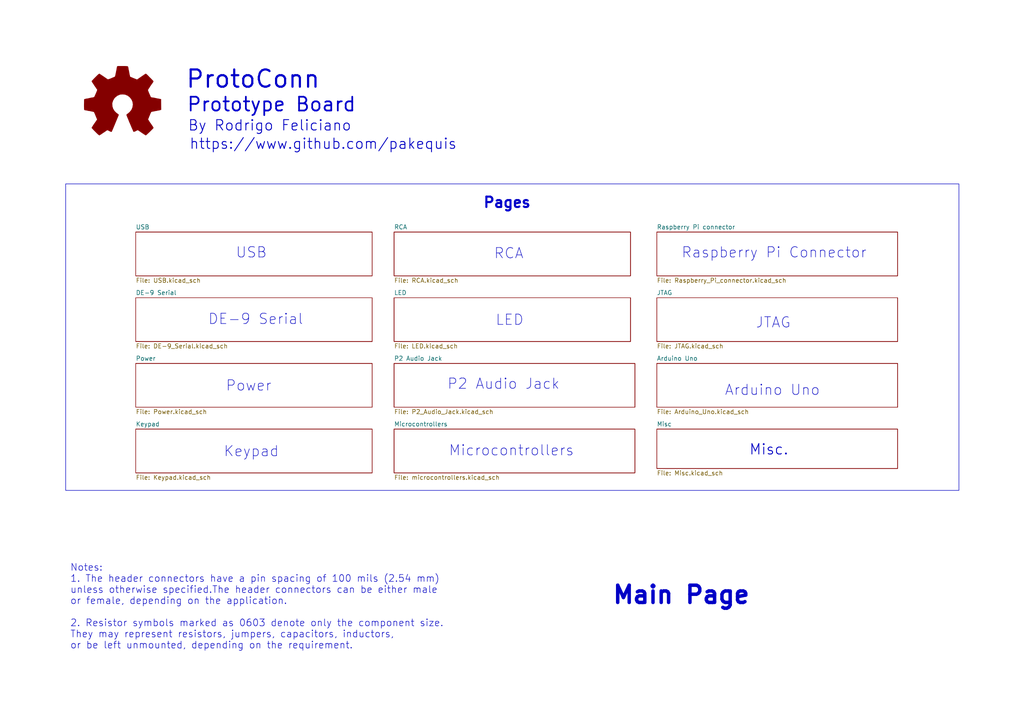
<source format=kicad_sch>
(kicad_sch (version 20231120) (generator "eeschema") (generator_version "8.0")
  (paper "A4")
  (title_block (title "ProtoConn Schematics") (date "2024-12-01") (rev "1") (company "@pakequis"))
  (lib_symbols
    (symbol "Graphic:Logo_Open_Hardware_Large" (in_bom no) (on_board no)
      (symbol "Logo_Open_Hardware_Large_1_1"
        (polyline (pts (xy 6.731 -8.7122) (xy 6.6294 -8.6614) (xy 6.35 -8.4836) (xy 5.9944 -8.255) (xy 5.5372 -7.9502) (xy 5.1054 -7.6454) (xy 4.7498 -7.4168) (xy 4.4958 -7.239) (xy 4.3942 -7.1882) (xy 4.318 -7.2136) (xy 4.1148 -7.3152) (xy 3.81 -7.4676) (xy 3.6322 -7.5692) (xy 3.3528 -7.6708) (xy 3.2258 -7.6962) (xy 3.2004 -7.6708) (xy 3.0988 -7.4676) (xy 2.9464 -7.0866) (xy 2.7178 -6.604) (xy 2.4892 -6.0452) (xy 2.2352 -5.4356) (xy 1.9558 -4.826) (xy 1.7272 -4.2164) (xy 1.4986 -3.683) (xy 1.3208 -3.2512) (xy 1.2192 -2.9464) (xy 1.1684 -2.8194) (xy 1.1938 -2.794) (xy 1.3208 -2.667) (xy 1.5748 -2.4892) (xy 2.0828 -2.0574) (xy 2.6162 -1.397) (xy 2.921 -0.6604) (xy 3.048 0.1524) (xy 2.9464 0.9144) (xy 2.6416 1.6256) (xy 2.1336 2.286) (xy 1.524 2.7686) (xy 0.8128 3.0734) (xy 0 3.175) (xy -0.762 3.0988) (xy -1.4986 2.794) (xy -2.159 2.286) (xy -2.4384 1.9812) (xy -2.8194 1.3208) (xy -3.048 0.6096) (xy -3.0734 0.4318) (xy -3.0226 -0.3556) (xy -2.794 -1.0922) (xy -2.3876 -1.7526) (xy -1.8288 -2.3114) (xy -1.7526 -2.3622) (xy -1.4732 -2.5654) (xy -1.2954 -2.6924) (xy -1.1684 -2.8194) (xy -2.159 -5.207) (xy -2.3114 -5.588) (xy -2.5908 -6.2484) (xy -2.8194 -6.8072) (xy -3.0226 -7.2644) (xy -3.1496 -7.5692) (xy -3.2258 -7.6708) (xy -3.2258 -7.6962) (xy -3.302 -7.6962) (xy -3.4798 -7.6454) (xy -3.8354 -7.4676) (xy -4.0386 -7.366) (xy -4.2926 -7.239) (xy -4.4196 -7.1882) (xy -4.5212 -7.239) (xy -4.7498 -7.3914) (xy -5.1054 -7.6454) (xy -5.5372 -7.9248) (xy -5.9436 -8.2042) (xy -6.3246 -8.4582) (xy -6.604 -8.636) (xy -6.731 -8.7122) (xy -6.7564 -8.7122) (xy -6.858 -8.636) (xy -7.0866 -8.4582) (xy -7.4168 -8.1534) (xy -7.874 -7.6962) (xy -7.9502 -7.62) (xy -8.3312 -7.239) (xy -8.636 -6.9088) (xy -8.8392 -6.6802) (xy -8.9154 -6.5786) (xy -8.9154 -6.5786) (xy -8.8392 -6.4516) (xy -8.6614 -6.1722) (xy -8.4328 -5.7912) (xy -8.128 -5.3594) (xy -7.3152 -4.191) (xy -7.7724 -3.0988) (xy -7.8994 -2.7686) (xy -8.0772 -2.3622) (xy -8.2042 -2.0828) (xy -8.255 -1.9558) (xy -8.382 -1.905) (xy -8.6614 -1.8542) (xy -9.0932 -1.7526) (xy -9.6266 -1.651) (xy -10.1092 -1.5748) (xy -10.541 -1.4732) (xy -10.8712 -1.4224) (xy -11.0236 -1.397) (xy -11.049 -1.3716) (xy -11.0744 -1.2954) (xy -11.0998 -1.143) (xy -11.0998 -0.889) (xy -11.1252 -0.4572) (xy -11.1252 0.1524) (xy -11.1252 0.2286) (xy -11.0998 0.8128) (xy -11.0998 1.27) (xy -11.0744 1.5494) (xy -11.0744 1.6764) (xy -11.0744 1.6764) (xy -10.922 1.7018) (xy -10.6172 1.778) (xy -10.16 1.8542) (xy -9.652 1.9558) (xy -9.6012 1.9812) (xy -9.0932 2.0828) (xy -8.636 2.159) (xy -8.3312 2.2352) (xy -8.2042 2.286) (xy -8.1788 2.3114) (xy -8.0772 2.5146) (xy -7.9248 2.8448) (xy -7.747 3.2512) (xy -7.5692 3.6576) (xy -7.4168 4.0386) (xy -7.3152 4.318) (xy -7.2898 4.445) (xy -7.2898 4.445) (xy -7.366 4.572) (xy -7.5438 4.826) (xy -7.7978 5.207) (xy -8.128 5.6642) (xy -8.128 5.6896) (xy -8.4328 6.1468) (xy -8.6868 6.5278) (xy -8.8392 6.7818) (xy -8.9154 6.9088) (xy -8.9154 6.9088) (xy -8.8138 7.0358) (xy -8.5852 7.2898) (xy -8.255 7.6454) (xy -7.874 8.0264) (xy -7.747 8.1534) (xy -7.3152 8.5852) (xy -7.0104 8.8646) (xy -6.8326 8.9916) (xy -6.731 9.0424) (xy -6.731 9.0424) (xy -6.604 8.9408) (xy -6.3246 8.763) (xy -5.9436 8.509) (xy -5.4864 8.2042) (xy -5.461 8.1788) (xy -5.0038 7.874) (xy -4.6482 7.62) (xy -4.3688 7.4422) (xy -4.2672 7.3914) (xy -4.2418 7.3914) (xy -4.064 7.4422) (xy -3.7338 7.5438) (xy -3.3528 7.6962) (xy -2.9464 7.874) (xy -2.5654 8.0264) (xy -2.286 8.1534) (xy -2.159 8.2296) (xy -2.159 8.2296) (xy -2.1082 8.382) (xy -2.032 8.7122) (xy -1.9304 9.1694) (xy -1.8288 9.7282) (xy -1.8034 9.8044) (xy -1.7018 10.3378) (xy -1.6256 10.7696) (xy -1.5748 11.0744) (xy -1.524 11.2014) (xy -1.4478 11.2268) (xy -1.1938 11.2522) (xy -0.8128 11.2522) (xy -0.3302 11.2522) (xy 0.1524 11.2522) (xy 0.6604 11.2522) (xy 1.0668 11.2268) (xy 1.3716 11.2014) (xy 1.4986 11.176) (xy 1.4986 11.176) (xy 1.5494 11.0236) (xy 1.6256 10.6934) (xy 1.7018 10.2108) (xy 1.8288 9.6774) (xy 1.8288 9.5758) (xy 1.9304 9.0424) (xy 2.032 8.6106) (xy 2.0828 8.3058) (xy 2.1336 8.2042) (xy 2.159 8.1788) (xy 2.3876 8.0772) (xy 2.7432 7.9248) (xy 3.175 7.747) (xy 4.191 7.3406) (xy 5.461 8.2042) (xy 5.5626 8.2804) (xy 6.0198 8.5852) (xy 6.3754 8.8392) (xy 6.6294 8.9916) (xy 6.7564 9.0424) (xy 6.7564 9.0424) (xy 6.8834 8.9408) (xy 7.1374 8.7122) (xy 7.4676 8.382) (xy 7.8486 7.9756) (xy 8.1534 7.6962) (xy 8.4836 7.3406) (xy 8.7122 7.112) (xy 8.8392 6.9596) (xy 8.8646 6.858) (xy 8.8646 6.8072) (xy 8.7884 6.6802) (xy 8.6106 6.4008) (xy 8.3312 6.0198) (xy 8.0264 5.588) (xy 7.7978 5.207) (xy 7.5184 4.8006) (xy 7.3406 4.4958) (xy 7.2898 4.3434) (xy 7.2898 4.2926) (xy 7.3914 4.0386) (xy 7.5184 3.683) (xy 7.7216 3.2258) (xy 8.1534 2.2352) (xy 8.7884 2.1082) (xy 9.1948 2.0574) (xy 9.7536 1.9304) (xy 10.2616 1.8288) (xy 11.0998 1.6764) (xy 11.1252 -1.3208) (xy 10.9982 -1.3716) (xy 10.8712 -1.397) (xy 10.5664 -1.4732) (xy 10.1346 -1.5494) (xy 9.6266 -1.651) (xy 9.1948 -1.7272) (xy 8.7376 -1.8288) (xy 8.4328 -1.8796) (xy 8.2804 -1.905) (xy 8.255 -1.9558) (xy 8.1534 -2.159) (xy 7.9756 -2.5146) (xy 7.8232 -2.921) (xy 7.6454 -3.3274) (xy 7.493 -3.7338) (xy 7.366 -4.0132) (xy 7.3406 -4.191) (xy 7.3914 -4.2926) (xy 7.5692 -4.5466) (xy 7.7978 -4.9276) (xy 8.1026 -5.3594) (xy 8.4074 -5.7912) (xy 8.6614 -6.1722) (xy 8.8138 -6.4262) (xy 8.89 -6.5532) (xy 8.8646 -6.6548) (xy 8.6868 -6.858) (xy 8.3566 -7.1882) (xy 7.874 -7.6708) (xy 7.7978 -7.747) (xy 7.3914 -8.128) (xy 7.0612 -8.4328) (xy 6.8326 -8.636) (xy 6.731 -8.7122)) (fill (type outline)))
      )
    )
  )
  (rectangle (start 19.05 53.34) (end 278.13 142.24))
  (text "USB" (at 72.898 73.406 0) (effects (font (size 3 3))))
  (text "Main Page" (at 197.612 172.72 0) (effects (font (size 5 5) (thickness 1) (bold yes))))
  (text "P2 Audio Jack" (at 146.05 111.506 0) (effects (font (size 3 3))))
  (text "Arduino Uno" (at 224.028 113.284 0) (effects (font (size 3 3))))
  (text "Microcontrollers" (at 148.336 130.81 0) (effects (font (size 3 3))))
  (text "Notes:\n1. The header connectors have a pin spacing of 100 mils (2.54 mm) \nunless otherwise specified.The header connectors can be either male\nor female, depending on the application.\n\n2. Resistor symbols marked as 0603 denote only the component size. \nThey may represent resistors, jumpers, capacitors, inductors, \nor be left unmounted, depending on the requirement." (at 20.32 176.022 0) (effects (font (size 2 2)) (justify left)))
  (text "Pages" (at 147.066 58.928 0) (effects (font (size 3 3) (thickness 0.6) (bold yes))))
  (text "Raspberry Pi Connector" (at 224.536 73.406 0) (effects (font (size 3 3))))
  (text "https://www.github.com/pakequis" (at 93.726 41.91 0) (effects (font (size 3 3) (thickness 0.254) (bold yes))))
  (text "RCA" (at 147.574 73.66 0) (effects (font (size 3 3))))
  (text "Power" (at 72.136 112.014 0) (effects (font (size 3 3))))
  (text "JTAG" (at 224.282 93.726 0) (effects (font (size 3 3))))
  (text "Keypad" (at 72.898 131.064 0) (effects (font (size 3 3))))
  (text "DE-9 Serial" (at 74.168 92.71 0) (effects (font (size 3 3))))
  (text "Misc." (at 223.012 130.556 0) (effects (font (size 3 3) (thickness 0.254) (bold yes))))
  (text "LED" (at 147.828 92.964 0) (effects (font (size 3 3))))
  (text "Prototype Board" (at 78.74 30.48 0) (effects (font (size 4 4) (thickness 0.5))))
  (text "ProtoConn" (at 73.406 23.114 0) (effects (font (size 5 5) (thickness 0.625))))
  (text "By Rodrigo Feliciano" (at 78.232 36.576 0) (effects (font (size 3 3) (thickness 0.254) (bold yes))))
  (symbol (lib_id "Graphic:Logo_Open_Hardware_Large") (at 35.56 30.48 0) (unit 1) (exclude_from_sim yes) (in_bom no) (on_board no)
    (property "Reference" "#SYM1" (effects (hide yes)))
    (property "Value" "Logo_Open_Hardware_Large" (effects (hide yes)))
    (property "Description" "Open Hardware logo, large" (effects (hide yes)))
  )
  (sheet (at 39.37 67.31) (size 68.58 12.7) (stroke (width 0.1524))
    (property "Sheetname" "USB" (at 39.37 66.5984 0) (effects (justify left bottom)))
    (property "Sheetfile" "USB.kicad_sch" (at 39.37 80.5946 0) (effects (justify left top)))
  )
  (sheet (at 190.5 67.31) (size 69.85 12.7) (stroke (width 0.1524))
    (property "Sheetname" "Raspberry Pi connector" (at 190.5 66.5984 0) (effects (justify left bottom)))
    (property "Sheetfile" "Raspberry_Pi_connector.kicad_sch" (at 190.5 80.5946 0) (effects (justify left top)))
  )
  (sheet (at 114.3 67.31) (size 68.58 12.7) (stroke (width 0.1524))
    (property "Sheetname" "RCA" (at 114.3 66.5984 0) (effects (justify left bottom)))
    (property "Sheetfile" "RCA.kicad_sch" (at 114.3 80.5946 0) (effects (justify left top)))
  )
  (sheet (at 190.5 105.41) (size 69.85 12.7) (stroke (width 0.1524))
    (property "Sheetname" "Arduino Uno" (at 190.5 104.6984 0) (effects (justify left bottom)))
    (property "Sheetfile" "Arduino_Uno.kicad_sch" (at 190.5 118.6946 0) (effects (justify left top)))
  )
  (sheet (at 190.5 86.36) (size 69.85 12.7) (stroke (width 0.1524))
    (property "Sheetname" "JTAG" (at 190.5 85.6484 0) (effects (justify left bottom)))
    (property "Sheetfile" "JTAG.kicad_sch" (at 190.5 99.6446 0) (effects (justify left top)))
  )
  (sheet (at 190.5 124.46) (size 69.85 11.43) (stroke (width 0.1524))
    (property "Sheetname" "Misc" (at 190.5 123.7484 0) (effects (justify left bottom)))
    (property "Sheetfile" "Misc.kicad_sch" (at 190.5 136.4746 0) (effects (justify left top)))
  )
  (sheet (at 114.3 105.41) (size 69.85 12.7) (stroke (width 0.1524))
    (property "Sheetname" "P2 Audio Jack" (at 114.3 104.6984 0) (effects (justify left bottom)))
    (property "Sheetfile" "P2_Audio_Jack.kicad_sch" (at 114.3 118.6946 0) (effects (justify left top)))
  )
  (sheet (at 39.37 124.46) (size 68.58 12.7) (stroke (width 0.1524))
    (property "Sheetname" "Keypad" (at 39.37 123.7484 0) (effects (justify left bottom)))
    (property "Sheetfile" "Keypad.kicad_sch" (at 39.37 137.7446 0) (effects (justify left top)))
  )
  (sheet (at 39.37 105.41) (size 68.58 12.7) (stroke (width 0.1524))
    (property "Sheetname" "Power" (at 39.37 104.6984 0) (effects (justify left bottom)))
    (property "Sheetfile" "Power.kicad_sch" (at 39.37 118.6946 0) (effects (justify left top)))
  )
  (sheet (at 39.37 86.36) (size 68.58 12.7) (stroke (width 0.1524))
    (property "Sheetname" "DE-9 Serial" (at 39.37 85.6484 0) (effects (justify left bottom)))
    (property "Sheetfile" "DE-9_Serial.kicad_sch" (at 39.37 99.6446 0) (effects (justify left top)))
  )
  (sheet (at 114.3 124.46) (size 69.85 12.7) (stroke (width 0.1524))
    (property "Sheetname" "Microcontrollers" (at 114.3 123.7484 0) (effects (justify left bottom)))
    (property "Sheetfile" "microcontrollers.kicad_sch" (at 114.3 137.7446 0) (effects (justify left top)))
  )
  (sheet (at 114.3 86.36) (size 68.58 12.7) (stroke (width 0.1524))
    (property "Sheetname" "LED" (at 114.3 85.6484 0) (effects (justify left bottom)))
    (property "Sheetfile" "LED.kicad_sch" (at 114.3 99.6446 0) (effects (justify left top)))
  )
)
</source>
